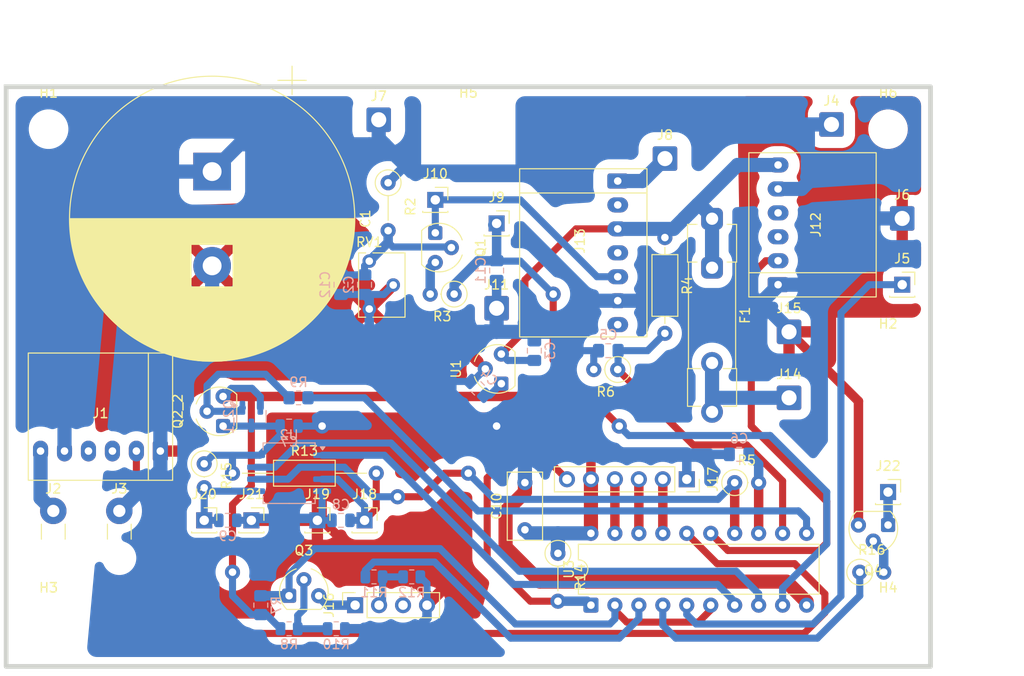
<source format=kicad_pcb>
(kicad_pcb (version 20241229) (generator "pcbnew") (generator_version "9.0")
  (title_block (title "controlpcb") (date "2025-07-01") (rev "4"))
  (layers (0 "F.Cu" jumper) (2 "B.Cu" mixed) (13 "F.Paste" user) (15 "B.Paste" user) (5 "F.SilkS" user "F.Silkscreen") (7 "B.SilkS" user "B.Silkscreen") (1 "F.Mask" user) (3 "B.Mask" user) (25 "Edge.Cuts" user))
  (net 0 "")
  (net 1 "+5V")
  (net 2 "GND")
  (net 3 "VBAT_COMP_P")
  (net 4 "PWM_0A_DC")
  (net 5 "/V_OPAMP")
  (net 8 "/DCDC_IN")
  (net 9 "D_IN_CONDUCTS")
  (net 10 "OUT_EN")
  (net 11 "/DCDC_OUT")
  (net 12 "DCDC_EN")
  (net 13 "/DCDC_FB")
  (net 14 "D_OUT_CONDUCTS")
  (net 15 "Net-(Q1-E)")
  (net 16 "Net-(Q3-B)")
  (net 17 "MCU_PWM_0A")
  (net 18 "UART_TXD")
  (net 19 "RST")
  (net 20 "TH1_COMP_OUT")
  (net 21 "TH2_COMP_OUT")
  (net 22 "UART_RXD")
  (net 23 "MISO")
  (net 24 "UCSK")
  (net 25 "MOSI")
  (net 26 "Net-(J22-Pin_1)")
  (net 27 "nOPAMP_ON")
  (net 31 "Net-(J16-Pin_1)")
  (net 32 "Net-(J16-Pin_2)")
  (net 33 "Net-(J18-Pin_1)")
  (net 34 "Net-(J20-Pin_1)")
  (net 37 "/V_BAT")
  (net 38 "Net-(Q2_1-G)")
  (net 40 "/MPPT_B")
  (net 41 "/V_BAT_R")
  (net 42 "/Vin")
  (net 43 "Net-(Q4-B)")
  (net 44 "FAN_EN")
  (footprint "Connector_PinSocket_2.54mm:PinSocket_1x06_P2.54mm_Vertical" (layer "F.Cu") (at 127.16 91.645 -90)
    (property "Reference" "J17")
    (property "Value" "Conn_01x06_Socket")
  )
  (footprint "Connector_PinSocket_2.54mm:PinSocket_1x01_P2.54mm_Vertical" (layer "F.Cu") (at 88 96)
    (property "Reference" "J19")
    (property "Value" "Conn_01x01")
  )
  (footprint "Resistor_THT:R_Axial_DIN0207_L6.3mm_D2.5mm_P2.54mm_Vertical" (layer "F.Cu") (at 102.5 72 180)
    (property "Reference" "R3")
    (property "Value" "6.8k")
  )
  (footprint "Connector_Wire:SolderWire-0.75sqmm_1x01_D1.25mm_OD2.3mm" (layer "F.Cu") (at 124.85 57.62)
    (property "Reference" "J8")
    (property "Value" "Conn_01x01")
  )
  (footprint "Resistor_THT:R_Axial_DIN0207_L6.3mm_D2.5mm_P2.54mm_Vertical" (layer "F.Cu") (at 132.24 92)
    (property "Reference" "R5")
    (property "Value" "100k")
  )
  (footprint "Connector_PinSocket_2.54mm:PinSocket_1x01_P2.54mm_Vertical" (layer "F.Cu") (at 150 71)
    (property "Reference" "J5")
    (property "Value" "Conn_01x01")
  )
  (footprint "Custom_Footprints:TO-92_W" (layer "F.Cu") (at 100.5 65.5 -90)
    (property "Reference" "Q1")
    (property "Value" "BC557")
  )
  (footprint "Resistor_THT:R_Axial_DIN0207_L6.3mm_D2.5mm_P2.54mm_Vertical" (layer "F.Cu") (at 76 90 -90)
    (property "Reference" "R15")
    (property "Value" "10k")
  )
  (footprint "Resistor_THT:R_Axial_DIN0207_L6.3mm_D2.5mm_P5.08mm_Vertical" (layer "F.Cu") (at 113.5 99.5 -90)
    (property "Reference" "R14")
    (property "Value" "10k")
  )
  (footprint "Custom_Footprints:TO-92_W" (layer "F.Cu") (at 85 104)
    (property "Reference" "Q3")
    (property "Value" "NPN")
  )
  (footprint "Capacitor_THT:C_Rect_L7.0mm_W3.5mm_P5.00mm" (layer "F.Cu") (at 110 97 90)
    (property "Reference" "C10")
    (property "Value" "100n")
  )
  (footprint "MountingHole:MountingHole_3.2mm_M3_ISO7380" (layer "F.Cu") (at 148.5 54.5)
    (property "Reference" "H6")
    (property "Value" "MountingHole")
  )
  (footprint "Resistor_THT:R_Axial_DIN0207_L6.3mm_D2.5mm_P15.24mm_Horizontal" (layer "F.Cu") (at 79 91)
    (property "Reference" "R13")
    (property "Value" "10k")
  )
  (footprint "Connector_Wire:SolderWire-0.75sqmm_1x01_D1.25mm_OD2.3mm" (layer "F.Cu") (at 138 76)
    (property "Reference" "J15")
    (property "Value" "Conn_01x01")
  )
  (footprint "Connector_PinSocket_2.54mm:PinSocket_1x01_P2.54mm_Vertical" (layer "F.Cu") (at 100.5 62)
    (property "Reference" "J10")
    (property "Value" "Conn_01x01")
  )
  (footprint "Connector_Wire:SolderWire-0.75sqmm_1x01_D1.25mm_OD2.3mm" (layer "F.Cu") (at 142.5 54)
    (property "Reference" "J4")
    (property "Value" "Conn_01x01")
  )
  (footprint "Package_DIP:DIP-20_W7.62mm" (layer "F.Cu") (at 117 105 90)
    (property "Reference" "U3")
    (property "Value" "ATtiny2313-20P")
  )
  (footprint "Connector_PinSocket_2.54mm:PinSocket_1x01_P2.54mm_Vertical" (layer "F.Cu") (at 107 64.5)
    (property "Reference" "J9")
    (property "Value" "Conn_01x01")
  )
  (footprint "Resistor_THT:R_Axial_DIN0207_L6.3mm_D2.5mm_P5.08mm_Vertical" (layer "F.Cu") (at 95.5 60.185 -90)
    (property "Reference" "R2")
    (property "Value" "100k")
  )
  (footprint "Custom_Footprints:TO-92_W" (layer "F.Cu") (at 148.5 96.5 180)
    (property "Reference" "Q4")
    (property "Value" "NPN")
  )
  (footprint "Potentiometer_THT:Potentiometer_Vishay_T73XX_Horizontal" (layer "F.Cu") (at 93.5 68.5)
    (property "Reference" "RV1")
    (property "Value" "100k")
  )
  (footprint "Custom_Symbols:SIP-6_Upright_Board" (layer "F.Cu") (at 136.84 71 90)
    (property "Reference" "J12")
    (property "Value" "Conn_01x06_Socket")
  )
  (footprint "MountingHole:MountingHole_3.2mm_M3_ISO7380" (layer "F.Cu") (at 104 54.5)
    (property "Reference" "H5")
    (property "Value" "MountingHole")
  )
  (footprint "Connector_Wire:SolderWire-0.75sqmm_1x01_D1.25mm_OD2.3mm" (layer "F.Cu") (at 107 73.5)
    (property "Reference" "J11")
    (property "Value" "Conn_01x01")
  )
  (footprint "Connector_PinSocket_2.54mm:PinSocket_1x01_P2.54mm_Vertical" (layer "F.Cu") (at 81 96)
    (property "Reference" "J21")
    (property "Value" "Conn_01x01")
  )
  (footprint "Custom_Symbols:SIP-6_Upright_Board" (layer "F.Cu") (at 71.35 88.65 180)
    (property "Reference" "J1")
    (property "Value" "Conn_01x06_Socket")
  )
  (footprint "Connector_PinSocket_2.54mm:PinSocket_1x01_P2.54mm_Vertical" (layer "F.Cu") (at 148.5 93)
    (property "Reference" "J22")
    (property "Value" "Conn_01x01")
  )
  (footprint "Connector_PinSocket_2.54mm:PinSocket_1x01_P2.54mm_Vertical" (layer "F.Cu") (at 76 96)
    (property "Reference" "J20")
    (property "Value" "Conn_01x01")
  )
  (footprint "Resistor_THT:R_Axial_DIN0207_L6.3mm_D2.5mm_P2.54mm_Vertical" (layer "F.Cu") (at 145.5 101.5)
    (property "Reference" "R16")
    (property "Value" "3.3k")
  )
  (footprint "Connector_Wire:SolderWire-0.75sqmm_1x01_D1.25mm_OD2.3mm" (layer "F.Cu") (at 150 63.97)
    (property "Reference" "J6")
    (property "Value" "Conn_01x01")
  )
  (footprint "MountingHole:MountingHole_3.2mm_M3_ISO7380" (layer "F.Cu") (at 148.5 107)
    (property "Reference" "H4")
    (property "Value" "MountingHole")
  )
  (footprint "Custom_Footprints:SolderWire_D1.3mm_OD2.6mm" (layer "F.Cu") (at 60 95)
    (property "Reference" "J2")
    (property "Value" "Conn_01x01")
  )
  (footprint "Connector_Wire:SolderWire-0.75sqmm_1x01_D1.25mm_OD2.3mm" (layer "F.Cu") (at 138 83)
    (property "Reference" "J14")
    (property "Value" "Conn_01x01")
  )
  (footprint "MountingHole:MountingHole_3.2mm_M3_ISO7380" (layer "F.Cu") (at 59.5 54.5)
    (property "Reference" "H1")
    (property "Value" "MountingHole")
  )
  (footprint "Connector_Wire:SolderWire-0.75sqmm_1x01_D1.25mm_OD2.3mm" (layer "F.Cu") (at 94.5 53.5)
    (property "Reference" "J7")
    (property "Value" "Conn_01x01")
  )
  (footprint "Custom_Symbols:SIP-7_Upright_Board" (layer "F.Cu") (at 119.84 60 -90)
    (property "Reference" "J13")
    (property "Value" "Conn_01x07_Socket")
  )
  (footprint "Custom_Footprints:SolderWire_D1.3mm_OD2.6mm" (layer "F.Cu") (at 67 95)
    (property "Reference" "J3")
    (property "Value" "Conn_01x01")
  )
  (footprint "Connector_PinSocket_2.54mm:PinSocket_1x04_P2.54mm_Vertical" (layer "F.Cu") (at 92 105 90)
    (property "Reference" "J16")
    (property "Value" "Conn_01x04_Socket")
  )
  (footprint "MountingHole:MountingHole_3.2mm_M3_ISO7380" (layer "F.Cu") (at 148.5 79)
    (property "Reference" "H2")
    (property "Value" "MountingHole")
  )
  (footprint "Custom_Footprints:TO-92_W" (layer "F.Cu") (at 78 86 90)
    (property "Reference" "Q2_2")
    (property "Value" "BC557")
  )
  (footprint "Fuse:Fuseholder_Clip-5x20mm_Littelfuse_445-030_Inline_P20.50x5.20mm_D1.30mm_Horizontal" (layer "F.Cu") (at 129.84 64 -90)
    (property "Reference" "F1")
    (property "Value" "Fuse")
  )
  (footprint "Resistor_THT:R_Axial_DIN0207_L6.3mm_D2.5mm_P2.54mm_Vertical" (layer "F.Cu") (at 119.84 80 180)
    (property "Reference" "R6")
    (property "Value" "68k")
  )
  (footprint "MountingHole:MountingHole_3.2mm_M3_ISO7380" (layer "F.Cu") (at 59.5 107)
    (property "Reference" "H3")
    (property "Value" "MountingHole")
  )
  (footprint "Connector_PinSocket_2.54mm:PinSocket_1x01_P2.54mm_Vertical" (layer "F.Cu") (at 93 96)
    (property "Reference" "J18")
    (property "Value" "Conn_01x01")
  )
  (footprint "Resistor_THT:R_Axial_DIN0207_L6.3mm_D2.5mm_P10.16mm_Horizontal" (layer "F.Cu") (at 124.84 66 -90)
    (property "Reference" "R4")
    (property "Value" "100k")
  )
  (footprint "Capacitor_THT:CP_Radial_D30.0mm_P10.00mm_SnapIn" (layer "F.Cu") (at 76.84 59 -90)
    (property "Reference" "C1")
    (property "Value" "10m")
  )
  (footprint "Custom_Footprints:TO-92_W" (layer "F.Cu") (at 107.5 81.5 90)
    (property "Reference" "U1")
    (property "Value" "L78L05_TO92")
  )
  (footprint "Capacitor_SMD:C_0805_2012Metric_Pad1.18x1.45mm_HandSolder" (layer "B.Cu") (at 93 71 -90)
    (property "Reference" "C2")
    (property "Value" "100n")
  )
  (footprint "Capacitor_SMD:C_0805_2012Metric_Pad1.18x1.45mm_HandSolder" (layer "B.Cu") (at 105 82 135)
    (property "Reference" "C4")
    (property "Value" "100n")
  )
  (footprint "Resistor_SMD:R_0805_2012Metric" (layer "B.Cu") (at 90 107.5)
    (property "Reference" "R10")
    (property "Value" "22k")
  )
  (footprint "Resistor_SMD:R_0805_2012Metric_Pad1.20x1.40mm_HandSolder" (layer "B.Cu") (at 86 83 180)
    (property "Reference" "R9")
    (property "Value" "27k")
  )
  (footprint "Resistor_SMD:R_0805_2012Metric" (layer "B.Cu") (at 85 107.5)
    (property "Reference" "R8")
    (property "Value" "22k")
  )
  (footprint "Resistor_SMD:R_0805_2012Metric" (layer "B.Cu") (at 98 102)
    (property "Reference" "R12")
    (property "Value" "27k")
  )
  (footprint "Package_SO:SOIC-8_5.3x6.2mm_P1.27mm" (layer "B.Cu") (at 85 91 180)
    (property "Reference" "U2")
    (property "Value" "LMC6482")
  )
  (footprint "Package_TO_SOT_SMD:SOT-23" (layer "B.Cu") (at 81 85 -90)
    (property "Reference" "Q2_1")
    (property "Value" "Q_PMOS_GSD")
  )
  (footprint "Capacitor_SMD:C_0805_2012Metric_Pad1.18x1.45mm_HandSolder" (layer "B.Cu") (at 107 69.5 -90)
    (property "Reference" "C11")
    (property "Value" "4.7n")
  )
  (footprint "Capacitor_SMD:C_0805_2012Metric" (layer "B.Cu") (at 90.5 96 180)
    (property "Reference" "C8")
    (property "Value" "10n")
  )
  (footprint "Resistor_SMD:R_0805_2012Metric" (layer "B.Cu") (at 94 102)
    (property "Reference" "R11")
    (property "Value" "15k")
  )
  (footprint "Capacitor_SMD:C_0805_2012Metric_Pad1.18x1.45mm_HandSolder" (layer "B.Cu") (at 132.71 89 180)
    (property "Reference" "C6")
    (property "Value" "100n")
  )
  (footprint "Capacitor_SMD:C_0805_2012Metric" (layer "B.Cu") (at 85 86)
    (property "Reference" "C7")
    (property "Value" "100n")
  )
  (footprint "Capacitor_SMD:C_0805_2012Metric_Pad1.18x1.45mm_HandSolder" (layer "B.Cu") (at 118.84 78 180)
    (property "Reference" "C5")
    (property "Value" "100n")
  )
  (footprint "Capacitor_SMD:C_0805_2012Metric_Pad1.18x1.45mm_HandSolder" (layer "B.Cu") (at 90.5 71 -90)
    (property "Reference" "C12")
    (property "Value" "100n")
  )
  (footprint "Resistor_SMD:R_0805_2012Metric_Pad1.20x1.40mm_HandSolder" (layer "B.Cu") (at 82 105 90)
    (property "Reference" "R7")
    (property "Value" "10k")
  )
  (footprint "Capacitor_SMD:C_0805_2012Metric" (layer "B.Cu") (at 78.5 96)
    (property "Reference" "C9")
    (property "Value" "10n")
  )
  (footprint "Capacitor_SMD:C_0805_2012Metric_Pad1.18x1.45mm_HandSolder" (layer "B.Cu") (at 111 78 90)
    (property "Reference" "C3")
    (property "Value" "100n")
  )
  (gr_rect (start 55 50) (end 153 111.5) (stroke (width 0.5)) (fill no) (layer "Edge.Cuts"))
  (gr_text "R${REVISION}/${CURRENT_DATE}" (at 59.5 85.5 90) (layer "F.Cu") (effects (font (size 2 2) (thickness 0.4) (bold yes)) (justify left bottom)))
  (segment (start 110.36 82.86) (end 117 89.5) (width 1) (layer "F.Cu") (net 1))
  (segment (start 81 82.86) (end 78 82.86) (width 0.75) (layer "F.Cu") (net 1))
  (segment (start 107.5 82.86) (end 110.36 82.86) (width 1) (layer "F.Cu") (net 1))
  (segment (start 81 92.329045) (end 81 82.86) (width 0.75) (layer "F.Cu") (net 1))
  (segment (start 79 101.5) (end 79 94.329045) (width 0.75) (layer "F.Cu") (net 1))
  (segment (start 107.5 81.5) (end 107.5 82.86) (width 1) (layer "F.Cu") (net 1))
  (segment (start 117 89.5) (end 117 91.645) (width 1) (layer "F.Cu") (net 1))
  (segment (start 79 94.329045) (end 81 92.329045) (width 0.75) (layer "F.Cu") (net 1))
  (segment (start 107.5 82.86) (end 78 82.86) (width 1) (layer "F.Cu") (net 1))
  (segment (start 117 91.645) (end 117 97.38) (width 1.5) (layer "F.Cu") (net 1))
  (via (at 79 101.5) (size 1.6) (drill 0.8) (layers "F.Cu" "B.Cu") (net 1))
  (segment (start 79 104) (end 81 106) (width 0.75) (layer "B.Cu") (net 1))
  (segment (start 84.0875 107.5) (end 82.5875 106) (width 0.75) (layer "B.Cu") (net 1))
  (segment (start 81.0625 82) (end 81.95 82.8875) (width 0.75) (layer "B.Cu") (net 1))
  (segment (start 113.5 97.38) (end 110.38 97.38) (width 1.5) (layer "B.Cu") (net 1))
  (segment (start 106.266377 82.733623) (end 107.5 81.5) (width 0.75) (layer "B.Cu") (net 1))
  (segment (start 117 97.38) (end 113.5 97.38) (width 1.5) (layer "B.Cu") (net 1))
  (segment (start 81 106) (end 82 106) (width 0.75) (layer "B.Cu") (net 1))
  (segment (start 110.38 97.38) (end 110 97) (width 1.5) (layer "B.Cu") (net 1))
  (segment (start 81.95 82.8875) (end 81.95 84.062499) (width 0.75) (layer "B.Cu") (net 1))
  (segment (start 113.5 99.5) (end 113.5 97.38) (width 1.5) (layer "B.Cu") (net 1))
  (segment (start 82.5875 106) (end 82 106) (width 0.75) (layer "B.Cu") (net 1))
  (segment (start 79 101.5) (end 79 104) (width 0.75) (layer "B.Cu") (net 1))
  (segment (start 78.86 82) (end 81.0625 82) (width 0.75) (layer "B.Cu") (net 1))
  (segment (start 105.733623 82.733623) (end 106.266377 82.733623) (width 0.75) (layer "B.Cu") (net 1))
  (segment (start 78 82.86) (end 78.86 82) (width 0.75) (layer "B.Cu") (net 1))
  (segment (start 96.822081 101) (end 93.5 101) (width 1) (layer "F.Cu") (net 2))
  (segment (start 145.36 96.5) (end 145.36 83.36) (width 1) (layer "F.Cu") (net 2))
  (segment (start 107.949 95.051) (end 107.949 98.849553) (width 1.5) (layer "F.Cu") (net 2))
  (segment (start 110 93) (end 107.949 95.051) (width 1.5) (layer "F.Cu") (net 2))
  (segment (start 88.5 86) (end 88.5 95.54) (width 1) (layer "F.Cu") (net 2))
  (segment (start 145.36 83.36) (end 138 76) (width 1) (layer "F.Cu") (net 2))
  (segment (start 88.96 96) (end 88 96) (width 1) (layer "F.Cu") (net 2))
  (segment (start 139.86 104.639447) (end 139.86 105) (width 1.5) (layer "F.Cu") (net 2))
  (segment (start 107.949 98.849553) (end 111.599447 102.5) (width 1.5) (layer "F.Cu") (net 2))
  (segment (start 99.62 103.797919) (end 96.822081 101) (width 1) (layer "F.Cu") (net 2))
  (segment (start 99.62 105) (end 99.62 103.797919) (width 1) (layer "F.Cu") (net 2))
  (segment (start 93.5 101) (end 88.5 96) (width 1) (layer "F.Cu") (net 2))
  (segment (start 88.5 86) (end 107 86) (width 1) (layer "F.Cu") (net 2))
  (segment (start 105.8 79.93) (end 104 78.13) (width 0.75) (layer "F.Cu") (net 2))
  (segment (start 111.599447 102.5) (end 137.720553 102.5) (width 1.5) (layer "F.Cu") (net 2))
  (segment (start 137.720553 102.5) (end 139.86 104.639447) (width 1.5) (layer "F.Cu") (net 2))
  (segment (start 88.5 96) (end 88 96) (width 1) (layer "F.Cu") (net 2))
  (segment (start 110 92) (end 110 93) (width 1.5) (layer "F.Cu") (net 2))
  (via (at 107 86) (size 1.6) (drill 0.8) (layers "F.Cu" "B.Cu") (net 2))
  (via (at 88.5 86) (size 1.6) (drill 0.8) (layers "F.Cu" "B.Cu") (net 2))
  (segment (start 93.5 72.5375) (end 93 72.0375) (width 1) (layer "B.Cu") (net 2))
  (segment (start 138 75.77) (end 134.93 72.7) (width 1.5) (layer "B.Cu") (net 2))
  (segment (start 76.84 76) (end 93.5 76) (width 1.5) (layer "B.Cu") (net 2))
  (segment (start 81.205 95.795) (end 81 96) (width 1) (layer "B.Cu") (net 2))
  (segment (start 104.266377 81.266377) (end 102.233623 81.266377) (width 0.75) (layer "B.Cu") (net 2))
  (segment (start 98.5 107.5) (end 90.9125 107.5) (width 1) (layer "B.Cu") (net 2))
  (segment (start 71.35 90.65) (end 71.35 88.65) (width 1.5) (layer "B.Cu") (net 2))
  (segment (start 102 85) (end 102 81.5) (width 1.5) (layer "B.Cu") (net 2))
  (segment (start 99.62 106.38) (end 98.5 107.5) (width 1) (layer "B.Cu") (net 2))
  (segment (start 93 72.0375) (end 95.0425 72.0375) (width 0.75) (layer "B.Cu") (net 2))
  (segment (start 138 76) (end 138 75.77) (width 1.5) (layer "B.Cu") (net 2))
  (segment (start 135.09 72.86) (end 136.95 71) (width 1.5) (layer "B.Cu") (net 2))
  (segment (start 87.795 95.795) (end 81.205 95.795) (width 1) (layer "B.Cu") (net 2))
  (segment (start 105.88 75.96) (end 105.84 76) (width 1.5) (layer "B.Cu") (net 2))
  (segment (start 71.35 88.65) (end 71.35 81.49) (width 1.5) (layer "B.Cu") (net 2))
  (segment (start 106.97 73.53) (end 106.97 74) (width 1.5) (layer "B.Cu") (net 2))
  (segment (start 110 89) (end 106 89) (width 1.5) (layer "B.Cu") (net 2))
  (segment (start 104.463623 81.266377) (end 105.8 79.93) (width 0.75) (layer "B.Cu") (net 2))
  (segment (start 110 92) (end 110 89) (width 1.5) (layer "B.Cu") (net 2))
  (segment (start 107 74.03) (end 107 76) (width 1.5) (layer "B.Cu") (net 2))
  (segment (start 117.3 80) (end 117.3 78.5025) (width 0.75) (layer "B.Cu") (net 2))
  (segment (start 117.3 78.5025) (end 117.8025 78) (width 0.75) (layer "B.Cu") (net 2))
  (segment (start 93.5 73.58) (end 93.5 72.5375) (width 1) (layer "B.Cu") (net 2))
  (segment (start 99.62 105) (end 99.62 106.38) (width 1) (layer "B.Cu") (net 2))
  (segment (start 102 81.5) (end 102 76) (width 1.5) (layer "B.Cu") (net 2))
  (segment (start 117.14 72.7) (end 134.93 72.7) (width 1.5) (layer "B.Cu") (net 2))
  (segment (start 88.5 86) (end 85.95 86) (width 0.75) (layer "B.Cu") (net 2))
  (segment (start 88.5 95.5) (end 88 96) (width 0.75) (layer "B.Cu") (net 2))
  (segment (start 147.36 63.97) (end 150 63.97) (width 1.5) (layer "B.Cu") (net 2))
  (segment (start 88 96) (end 89.55 96) (width 0.75) (layer "B.Cu") (net 2))
  (segment (start 113.84 76) (end 117.14 72.7) (width 1.5) (layer "B.Cu") (net 2))
  (segment (start 102.233623 81.266377) (end 102 81.5) (width 0.75) (layer "B.Cu") (net 2))
  (segment (start 98.9125 102) (end 99.62 102.7075) (width 0.75) (layer "B.Cu") (net 2))
  (segment (start 96.04 71.04) (end 96.04 70.9975) (width 1) (layer "B.Cu") (net 2))
  (segment (start 115.84 78) (end 113.84 76) (width 0.75) (layer "B.Cu") (net 2))
  (segment (start 106.96 75.96) (end 105.88 75.96) (width 1.5) (layer "B.Cu") (net 2))
  (segment (start 88 96) (end 87.795 95.795) (width 1) (layer "B.Cu") (net 2))
  (segment (start 99.62 102.7075) (end 99.62 105) (width 0.75) (layer "B.Cu") (net 2))
  (segment (start 93.5 73.58) (end 93.5 76) (width 1) (layer "B.Cu") (net 2))
  (segment (start 127.16 89) (end 131.6725 89) (width 1) (layer "B.Cu") (net 2))
  (segment (start 90.5 72.0375) (end 93 72.0375) (width 0.75) (layer "B.Cu") (net 2))
  (segment (start 136.95 71) (end 140.33 71) (width 1.5) (layer "B.Cu") (net 2))
  (segment (start 107 76) (end 106.96 75.96) (width 1.5) (layer "B.Cu") (net 2))
  (segment (start 105.84 76) (end 113.84 76) (width 1.5) (layer "B.Cu") (net 2))
  (segment (start 102 76) (end 95.84 76) (width 1.5) (layer "B.Cu") (net 2))
  (segment (start 67 95) (end 71.35 90.65) (width 1.5) (layer "B.Cu") (net 2))
  (segment (start 93.5 76) (end 95.84 76) (width 1.5) (layer "B.Cu") (net 2))
  (segment (start 95.84 76) (end 105.84 76) (width 1.5) (layer "B.Cu") (net 2))
  (segment (start 95.0425 72.0375) (end 96.04 71.04) (width 0.75) (layer "B.Cu") (net 2))
  (segment (start 81 96) (end 79.45 96) (width 0.75) (layer "B.Cu") (net 2))
  (segment (start 106 89) (end 102 85) (width 1.5) (layer "B.Cu") (net 2))
  (segment (start 76.84 69) (end 76.84 76) (width 1.5) (layer "B.Cu") (net 2))
  (segment (start 96.5 76) (end 95 76) (width 1) (layer "B.Cu") (net 2))
  (segment (start 104.266377 81.266377) (end 104.463623 81.266377) (width 0.75) (layer "B.Cu") (net 2))
  (segment (start 71.35 81.49) (end 76.84 76) (width 1.5) (layer "B.Cu") (net 2))
  (segment (start 107 73.5) (end 106.97 73.53) (width 1.5) (layer "B.Cu") (net 2))
  (segment (start 134.93 72.7) (end 135.09 72.86) (width 1.5) (layer "B.Cu") (net 2))
  (segment (start 88.5 92.905) (end 88.5 95.5) (width 0.75) (layer "B.Cu") (net 2))
  (segment (start 127.16 91.645) (end 127.16 89) (width 1) (layer "B.Cu") (net 2))
  (segment (start 117.8025 78) (end 115.84 78) (width 0.75) (layer "B.Cu") (net 2))
  (segment (start 110 89) (end 127.16 89) (width 1.5) (layer "B.Cu") (net 2))
  (segment (start 106.97 74) (end 107 74.03) (width 1.5) (layer "B.Cu") (net 2))
  (segment (start 140.33 71) (end 147.36 63.97) (width 1.5) (layer "B.Cu") (net 2))
  (segment (start 95 76) (end 95.84 76) (width 1.5) (layer "B.Cu") (net 2))
  (segment (start 107 70.5375) (end 107 73.5) (width 1) (layer "B.Cu") (net 2))
  (segment (start 133.5 88) (end 137.32 91.82) (width 0.75) (layer "F.Cu") (net 3))
  (segment (start 127.84 88) (end 133.5 88) (width 0.75) (layer "F.Cu") (net 3))
  (segment (start 137.32 91.82) (end 137.32 97.38) (width 0.75) (layer "F.Cu") (net 3))
  (segment (start 119.84 80) (end 127.84 88) (width 0.75) (layer "F.Cu") (net 3))
  (segment (start 119.8775 78) (end 123 78) (width 0.75) (layer "B.Cu") (net 3))
  (segment (start 123 78) (end 124.84 76.16) (width 0.75) (layer "B.Cu") (net 3))
  (segment (start 119.8775 79.9625) (end 119.84 80) (width 0.75) (layer "B.Cu") (net 3))
  (segment (start 119.8775 78) (end 119.8775 79.9625) (width 0.75) (layer "B.Cu") (net 3))
  (segment (start 134.78 92) (end 134.78 97.38) (width 1) (layer "F.Cu") (net 4))
  (segment (start 134.78 92) (end 134.78 90.0325) (width 1) (layer "B.Cu") (net 4))
  (segment (start 134.78 90.0325) (end 133.7475 89) (width 1) (layer "B.Cu") (net 4))
  (segment (start 81.5 89.095) (end 79 89.095) (width 0.75) (layer "B.Cu") (net 5))
  (segment (start 79 91) (end 79 89.095) (width 0.75) (layer "B.Cu") (net 5))
  (segment (start 84.05 86.95) (end 84.05 86) (width 0.75) (layer "B.Cu") (net 5))
  (segment (start 79 89.095) (end 76.905 89.095) (width 0.75) (layer "B.Cu") (net 5))
  (segment (start 84.05 86) (end 78 86) (width 0.75) (layer "B.Cu") (net 5))
  (segment (start 81.5 89.095) (end 81.905 89.095) (width 0.75) (layer "B.Cu") (net 5))
  (segment (start 76.905 89.095) (end 76 90) (width 0.75) (layer "B.Cu") (net 5))
  (segment (start 81.905 89.095) (end 84.05 86.95) (width 0.75) (layer "B.Cu") (net 5))
  (segment (start 117.04 54) (end 112.04 59) (width 1.5) (layer "B.Cu") (net 8))
  (segment (start 61.19 88.65) (end 61.19 67.81) (width 1.5) (layer "B.Cu") (net 8))
  (segment (start 70 59) (end 76.84 59) (width 1.5) (layer "B.Cu") (net 8))
  (segment (start 112.04 59) (end 98 59) (width 1.5) (layer "B.Cu") (net 8))
  (segment (start 136.84 60.84) (end 139.33 60.84) (width 1.5) (layer "B.Cu") (net 8))
  (segment (start 79.735 56.105) (end 76.84 59) (width 1.5) (layer "B.Cu") (net 8))
  (segment (start 97.25 58.435) (end 97.25 58.25) (width 1) (layer "B.Cu") (net 8))
  (segment (start 97.25 58.25) (end 96.5 57.5) (width 1.5) (layer "B.Cu") (net 8))
  (segment (start 95.105 56.105) (end 93.5 56.105) (width 1.5) (layer "B.Cu") (net 8))
  (segment (start 61.19 67.81) (end 70 59) (width 1.5) (layer "B.Cu") (net 8))
  (segment (start 98 59) (end 97.25 58.25) (width 1.5) (layer "B.Cu") (net 8))
  (segment (start 140 60.17) (end 140 54) (width 1.5) (layer "B.Cu") (net 8))
  (segment (start 93.5 56.105) (end 79.735 56.105) (width 1.5) (layer "B.Cu") (net 8))
  (segment (start 94.5 55.5) (end 95.105 56.105) (width 1.5) (layer "B.Cu") (net 8))
  (segment (start 142.5 54) (end 117.04 54) (width 1.5) (layer "B.Cu") (net 8))
  (segment (start 96.5 57.5) (end 95.105 56.105) (width 1.5) (layer "B.Cu") (net 8))
  (segment (start 139.33 60.84) (end 140 60.17) (width 1.5) (layer "B.Cu") (net 8))
  (segment (start 94.5 53.5) (end 94.5 55.5) (width 1.5) (layer "B.Cu") (net 8))
  (segment (start 95.5 60.185) (end 97.25 58.435) (width 1) (layer "B.Cu") (net 8))
  (segment (start 139.6 108) (end 77.5 108) (width 0.75) (layer "F.Cu") (net 9))
  (segment (start 70.5 101) (end 70.5 93.545) (width 0.75) (layer "F.Cu") (net 9))
  (segment (start 68.81 91.855) (end 68.81 88.65) (width 0.75) (layer "F.Cu") (net 9))
  (segment (start 70.5 93.545) (end 68.81 91.855) (width 0.75) (layer "F.Cu") (net 9))
  (segment (start 130.38 100.6) (end 138.6 100.6) (width 0.75) (layer "F.Cu") (net 9))
  (segment (start 141.8 103.8) (end 141.8 105.8) (width 0.75) (layer "F.Cu") (net 9))
  (segment (start 77.5 108) (end 70.5 101) (width 0.75) (layer "F.Cu") (net 9))
  (segment (start 127.16 97.38) (end 130.38 100.6) (width 0.75) (layer "F.Cu") (net 9))
  (segment (start 138.6 100.6) (end 141.8 103.8) (width 0.75) (layer "F.Cu") (net 9))
  (segment (start 141.8 105.8) (end 139.6 108) (width 0.75) (layer "F.Cu") (net 9))
  (segment (start 127.16 106) (end 128.16 107) (width 0.75) (layer "B.Cu") (net 10))
  (segment (start 127.16 105) (end 127.16 106) (width 0.75) (layer "B.Cu") (net 10))
  (segment (start 143.5 104.05) (end 143.5 74) (width 0.75) (layer "B.Cu") (net 10))
  (segment (start 140.55 107) (end 143.5 104.05) (width 0.75) (layer "B.Cu") (net 10))
  (segment (start 146.5 71) (end 150 71) (width 0.75) (layer "B.Cu") (net 10))
  (segment (start 128.16 107) (end 140.55 107) (width 0.75) (layer "B.Cu") (net 10))
  (segment (start 143.5 74) (end 146.5 71) (width 0.75) (layer "B.Cu") (net 10))
  (segment (start 122.47 60) (end 124.85 57.62) (width 1.5) (layer "B.Cu") (net 11))
  (segment (start 120.01 60) (end 122.47 60) (width 1.5) (layer "B.Cu") (net 11))
  (segment (start 113 72) (end 113 79) (width 0.75) (layer "F.Cu") (net 12))
  (segment (start 113 79) (end 120 86) (width 0.75) (layer "F.Cu") (net 12))
  (via (at 113 72) (size 1.6) (drill 0.8) (layers "F.Cu" "B.Cu") (net 12))
  (via (at 120 86) (size 1.6) (drill 0.8) (layers "F.Cu" "B.Cu") (net 12))
  (segment (start 109.5 68.5) (end 107.0375 68.5) (width 0.75) (layer "B.Cu") (net 12))
  (segment (start 105.0375 68.4625) (end 102.5 71) (width 1) (layer "B.Cu") (net 12))
  (segment (start 121 87) (end 136 87) (width 0.75) (layer "B.Cu") (net 12))
  (segment (start 137.32 103.18) (end 137.32 105) (width 0.75) (layer "B.Cu") (net 12))
  (segment (start 136 87) (end 142 93) (width 0.75) (layer "B.Cu") (net 12))
  (segment (start 142 93) (end 142 98.5) (width 0.75) (layer "B.Cu") (net 12))
  (segment (start 120 86) (end 121 87) (width 0.75) (layer "B.Cu") (net 12))
  (segment (start 107 68.4625) (end 107 64.5) (width 1) (layer "B.Cu") (net 12))
  (segment (start 107 68.4625) (end 105.0375 68.4625) (width 1) (layer "B.Cu") (net 12))
  (segment (start 142 98.5) (end 137.32 103.18) (width 0.75) (layer "B.Cu") (net 12))
  (segment (start 106.84 64.66) (end 107 64.5) (width 1.5) (layer "B.Cu") (net 12))
  (segment (start 102.5 71) (end 102.5 72) (width 1) (layer "B.Cu") (net 12))
  (segment (start 113 72) (end 109.5 68.5) (width 0.75) (layer "B.Cu") (net 12))
  (segment (start 117.66 70.16) (end 109.5 62) (width 0.75) (layer "B.Cu") (net 13))
  (segment (start 100.5 65.5) (end 100.5 62) (width 0.75) (layer "B.Cu") (net 13))
  (segment (start 109.5 62) (end 100.5 62) (width 0.75) (layer "B.Cu") (net 13))
  (segment (start 119.84 70.16) (end 117.66 70.16) (width 0.75) (layer "B.Cu") (net 13))
  (segment (start 129.7 97.38) (end 131.52 99.2) (width 0.75) (layer "F.Cu") (net 14))
  (segment (start 142 94) (end 134 86) (width 0.75) (layer "F.Cu") (net 14))
  (segment (start 135.54 68.46) (end 136.84 68.46) (width 0.75) (layer "F.Cu") (net 14))
  (segment (start 134 70) (end 135.54 68.46) (width 0.75) (layer "F.Cu") (net 14))
  (segment (start 142 98.4) (end 142 94) (width 0.75) (layer "F.Cu") (net 14))
  (segment (start 141.2 99.2) (end 142 98.4) (width 0.75) (layer "F.Cu") (net 14))
  (segment (start 134 86) (end 134 70) (width 0.75) (layer "F.Cu") (net 14))
  (segment (start 131.52 99.2) (end 141.2 99.2) (width 0.75) (layer "F.Cu") (net 14))
  (segment (start 99.96 72) (end 99.96 69.18) (width 1) (layer "B.Cu") (net 15))
  (segment (start 99.96 69.18) (end 100.5 68.64) (width 1) (layer "B.Cu") (net 15))
  (segment (start 86.57 105.43) (end 85.9125 106.0875) (width 0.75) (layer "B.Cu") (net 16))
  (segment (start 85.9125 106.0875) (end 85.9125 107.5) (width 0.75) (layer "B.Cu") (net 16))
  (segment (start 86.57 102.3) (end 86.57 105.43) (width 0.75) (layer "B.Cu") (net 16))
  (segment (start 89.0875 107.5) (end 85.9125 107.5) (width 0.75) (layer "B.Cu") (net 16))
  (segment (start 99 93.5) (end 96.5 93.5) (width 0.75) (layer "F.Cu") (net 17))
  (segment (start 101.5 91) (end 99 93.5) (width 0.75) (layer "F.Cu") (net 17))
  (segment (start 132.24 92) (end 132.24 97.38) (width 1) (layer "F.Cu") (net 17))
  (segment (start 104 91) (end 101.5 91) (width 0.75) (layer "F.Cu") (net 17))
  (via (at 104 91) (size 1.6) (drill 0.8) (layers "F.Cu" "B.Cu") (net 17))
  (via (at 96.5 93.5) (size 1.6) (drill 0.8) (layers "F.Cu" "B.Cu") (net 17))
  (segment (start 86.135 90.365) (end 84.865 91.635) (width 0.75) (layer "B.Cu") (net 17))
  (segment (start 130.466 93.774) (end 132.24 92) (width 0.75) (layer "B.Cu") (net 17))
  (segment (start 90.865 90.365) (end 88.5 90.365) (width 0.75) (layer "B.Cu") (net 17))
  (segment (start 94 93.5) (end 90.865 90.365) (width 0.75) (layer "B.Cu") (net 17))
  (segment (start 84.865 91.635) (end 81.5 91.635) (width 0.75) (layer "B.Cu") (net 17))
  (segment (start 104 91) (end 106.774 93.774) (width 0.75) (layer "B.Cu") (net 17))
  (segment (start 96.5 93.5) (end 94 93.5) (width 0.75) (layer "B.Cu") (net 17))
  (segment (start 88.5 90.365) (end 86.135 90.365) (width 0.75) (layer "B.Cu") (net 17))
  (segment (start 106.774 93.774) (end 130.466 93.774) (width 0.75) (layer "B.Cu") (net 17))
  (segment (start 93.0875 102) (end 93.0875 101.3) (width 0.75) (layer "B.Cu") (net 18))
  (segment (start 122.08 106.42) (end 122.08 105) (width 0.75) (layer "B.Cu") (net 18))
  (segment (start 93.0875 101.3) (end 93.9635 100.424) (width 0.75) (layer "B.Cu") (net 18))
  (segment (start 108.5 108.5) (end 120 108.5) (width 0.75) (layer "B.Cu") (net 18))
  (segment (start 100.424 100.424) (end 108.5 108.5) (width 0.75) (layer "B.Cu") (net 18))
  (segment (start 93.9635 100.424) (end 100.424 100.424) (width 0.75) (layer "B.Cu") (net 18))
  (segment (start 120 108.5) (end 122.08 106.42) (width 0.75) (layer "B.Cu") (net 18))
  (segment (start 112.315 89.5) (end 114.46 91.645) (width 0.75) (layer "F.Cu") (net 19))
  (segment (start 113.5 104.58) (end 110.58 104.58) (width 0.75) (layer "F.Cu") (net 19))
  (segment (start 106 91.5) (end 108 89.5) (width 0.75) (layer "F.Cu") (net 19))
  (segment (start 106 100) (end 106 91.5) (width 0.75) (layer "F.Cu") (net 19))
  (segment (start 108 89.5) (end 112.315 89.5) (width 0.75) (layer "F.Cu") (net 19))
  (segment (start 110.58 104.58) (end 106 100) (width 0.75) (layer "F.Cu") (net 19))
  (segment (start 117 105) (end 116.58 104.58) (width 1) (layer "B.Cu") (net 19))
  (segment (start 116.58 104.58) (end 113.5 104.58) (width 1) (layer "B.Cu") (net 19))
  (segment (start 132.24 104.62) (end 132.24 105) (width 0.75) (layer "B.Cu") (net 20))
  (segment (start 108.8 102.8) (end 130.42 102.8) (width 0.75) (layer "B.Cu") (net 20))
  (segment (start 130.42 102.8) (end 132.24 104.62) (width 0.75) (layer "B.Cu") (net 20))
  (segment (start 88.5 89.095) (end 95.095 89.095) (width 0.75) (layer "B.Cu") (net 20))
  (segment (start 95.095 89.095) (end 108.8 102.8) (width 0.75) (layer "B.Cu") (net 20))
  (segment (start 109.4 101.4) (end 132.4 101.4) (width 0.75) (layer "B.Cu") (net 21))
  (segment (start 132.4 101.4) (end 134.78 103.78) (width 0.75) (layer "B.Cu") (net 21))
  (segment (start 86.050498 87.8) (end 95.8 87.8) (width 0.75) (layer "B.Cu") (net 21))
  (segment (start 83.485498 90.365) (end 86.050498 87.8) (width 0.75) (layer "B.Cu") (net 21))
  (segment (start 95.8 87.8) (end 109.4 101.4) (width 0.75) (layer "B.Cu") (net 21))
  (segment (start 81.5 90.365) (end 83.485498 90.365) (width 0.75) (layer "B.Cu") (net 21))
  (segment (start 134.78 103.78) (end 134.78 105) (width 0.75) (layer "B.Cu") (net 21))
  (segment (start 129.7 105.5) (end 128.4 106.8) (width 0.75) (layer "F.Cu") (net 22))
  (segment (start 128.4 106.8) (end 120.8 106.8) (width 0.75) (layer "F.Cu") (net 22))
  (segment (start 120.8 106.8) (end 119.54 105.54) (width 0.75) (layer "F.Cu") (net 22))
  (segment (start 129.7 105) (end 129.7 105.5) (width 0.75) (layer "F.Cu") (net 22))
  (segment (start 119.54 105.54) (end 119.54 105) (width 0.75) (layer "F.Cu") (net 22))
  (segment (start 87.71191 99) (end 101 99) (width 0.75) (layer "B.Cu") (net 22))
  (segment (start 85 101.71191) (end 87.71191 99) (width 0.75) (layer "B.Cu") (net 22))
  (segment (start 85 104) (end 85 101.71191) (width 0.75) (layer "B.Cu") (net 22))
  (segment (start 82 104) (end 85 104) (width 1) (layer "B.Cu") (net 22))
  (segment (start 101 99) (end 109 107) (width 0.75) (layer "B.Cu") (net 22))
  (segment (start 119.54 106.46) (end 119.54 105) (width 0.75) (layer "B.Cu") (net 22))
  (segment (start 119 107) (end 119.54 106.46) (width 0.75) (layer "B.Cu") (net 22))
  (segment (start 109 107) (end 119 107) (width 0.75) (layer "B.Cu") (net 22))
  (segment (start 122.08 91.645) (end 122.08 97.38) (width 1) (layer "F.Cu") (net 23))
  (segment (start 119.54 91.645) (end 119.54 97.38) (width 1) (layer "F.Cu") (net 24))
  (segment (start 124.62 91.645) (end 124.62 97.38) (width 1) (layer "F.Cu") (net 25))
  (segment (start 148.5 96.5) (end 148.5 93) (width 1) (layer "B.Cu") (net 26))
  (segment (start 93 83) (end 87 83) (width 0.75) (layer "B.Cu") (net 27))
  (segment (start 139.86 97.38) (end 139.86 95.86) (width 0.75) (layer "B.Cu") (net 27))
  (segment (start 105 95) (end 93 83) (width 0.75) (layer "B.Cu") (net 27))
  (segment (start 139.86 95.86) (end 139 95) (width 0.75) (layer "B.Cu") (net 27))
  (segment (start 139 95) (end 105 95) (width 0.75) (layer "B.Cu") (net 27))
  (segment (start 89.14 105) (end 88.14 104) (width 1) (layer "B.Cu") (net 31))
  (segment (start 92 105) (end 89.14 105) (width 1) (layer "B.Cu") (net 31))
  (segment (start 94.9125 102) (end 94.9125 104.6275) (width 0.75) (layer "B.Cu") (net 32))
  (segment (start 94.9125 104.6275) (end 94.54 105) (width 0.75) (layer "B.Cu") (net 32))
  (segment (start 94.9125 102) (end 97.0875 102) (width 0.75) (layer "B.Cu") (net 32))
  (segment (start 94.24 94.76) (end 94.24 91) (width 0.75) (layer "F.Cu") (net 33))
  (segment (start 93 96) (end 94.24 94.76) (width 0.75) (layer "F.Cu") (net 33))
  (segment (start 93 94.5) (end 93 96) (width 0.75) (layer "B.Cu") (net 33))
  (segment (start 91.45 96) (end 93 96) (width 0.75) (layer "B.Cu") (net 33))
  (segment (start 88.5 91.635) (end 90.135 91.635) (width 0.75) (layer "B.Cu") (net 33))
  (segment (start 90.135 91.635) (end 93 94.5) (width 0.75) (layer "B.Cu") (net 33))
  (segment (start 76.365 92.905) (end 76 92.54) (width 0.75) (layer "B.Cu") (net 34))
  (segment (start 81.5 92.905) (end 76.365 92.905) (width 0.75) (layer "B.Cu") (net 34))
  (segment (start 77.55 96) (end 76 96) (width 0.75) (layer "B.Cu") (net 34))
  (segment (start 76 92.54) (end 76 96) (width 0.75) (layer "B.Cu") (net 34))
  (segment (start 115.42 65.08) (end 119.84 65.08) (width 0.75) (layer "F.Cu") (net 37))
  (segment (start 110 75.86) (end 110 70.5) (width 0.75) (layer "F.Cu") (net 37))
  (segment (start 110 70.5) (end 115.42 65.08) (width 0.75) (layer "F.Cu") (net 37))
  (segment (start 107.5 78.36) (end 110 75.86) (width 0.75) (layer "F.Cu") (net 37))
  (segment (start 126.87 63.97) (end 125.76 65.08) (width 1.5) (layer "B.Cu") (net 37))
  (segment (start 126.87 63.97) (end 132.54 58.3) (width 1.5) (layer "B.Cu") (net 37))
  (segment (start 124.84 65.08) (end 119.84 65.08) (width 1.5) (layer "B.Cu") (net 37))
  (segment (start 124.84 66) (end 124.84 65.08) (width 1.5) (layer "B.Cu") (net 37))
  (segment (start 128.54 62.5) (end 129.84 63.8) (width 1.5) (layer "B.Cu") (net 37))
  (segment (start 129.84 63.8) (end 129.84 64) (width 1.5) (layer "B.Cu") (net 37))
  (segment (start 125.76 65.08) (end 124.84 65.08) (width 1.5) (layer "B.Cu") (net 37))
  (segment (start 129.84 69.2) (end 129.84 64) (width 1.5) (layer "B.Cu") (net 37))
  (segment (start 128.34 62.5) (end 128.54 62.5) (width 1.5) (layer "B.Cu") (net 37))
  (segment (start 126.87 63.97) (end 128.34 62.5) (width 1.5) (layer "B.Cu") (net 37))
  (segment (start 111 79.0375) (end 108.1775 79.0375) (width 0.75) (layer "B.Cu") (net 37))
  (segment (start 132.54 58.3) (end 136.84 58.3) (width 1.5) (layer "B.Cu") (net 37))
  (segment (start 108.1775 79.0375) (end 107.5 78.36) (width 0.75) (layer "B.Cu") (net 37))
  (segment (start 76.3 84.43) (end 76.3 81.7) (width 0.75) (layer "B.Cu") (net 38))
  (segment (start 79.6825 84.43) (end 80.05 84.0625) (width 0.75) (layer "B.Cu") (net 38))
  (segment (start 76.3 81.7) (end 77.5 80.5) (width 0.75) (layer "B.Cu") (net 38))
  (segment (start 82.5 80.5) (end 85 83) (width 0.75) (layer "B.Cu") (net 38))
  (segment (start 76.3 84.43) (end 79.6825 84.43) (width 0.75) (layer "B.Cu") (net 38))
  (segment (start 77.5 80.5) (end 82.5 80.5) (width 0.75) (layer "B.Cu") (net 38))
  (segment (start 93 69) (end 93.5 68.5) (width 0.75) (layer "B.Cu") (net 40))
  (segment (start 95.5 66.5) (end 93.5 68.5) (width 1) (layer "B.Cu") (net 40))
  (segment (start 93.5 68.5) (end 94.04 67.96) (width 1) (layer "B.Cu") (net 40))
  (segment (start 95.5 66.5) (end 96 67) (width 0.75) (layer "B.Cu") (net 40))
  (segment (start 102.13 67) (end 102.2 67.07) (width 0.75) (layer "B.Cu") (net 40))
  (segment (start 93 69.9625) (end 90.5 69.9625) (width 0.75) (layer "B.Cu") (net 40))
  (segment (start 96 67) (end 102.13 67) (width 0.75) (layer "B.Cu") (net 40))
  (segment (start 95.5 65.265) (end 95.5 66.5) (width 1) (layer "B.Cu") (net 40))
  (segment (start 93 69.9625) (end 93 69) (width 0.75) (layer "B.Cu") (net 40))
  (segment (start 129.84 83) (end 129.84 84.5) (width 1.5) (layer "B.Cu") (net 41))
  (segment (start 138 83) (end 129.84 83) (width 1.5) (layer "B.Cu") (net 41))
  (segment (start 129.84 79.3) (end 129.84 84.5) (width 1.5) (layer "B.Cu") (net 41))
  (segment (start 58.65 93.65) (end 58.65 88.65) (width 1.5) (layer "B.Cu") (net 42))
  (segment (start 60 95) (end 58.65 93.65) (width 1.5) (layer "B.Cu") (net 42))
  (segment (start 148.04 99.31) (end 146.93 98.2) (width 1) (layer "B.Cu") (net 43))
  (segment (start 148.04 101.5) (end 148.04 99.31) (width 1) (layer "B.Cu") (net 43))
  (segment (start 140.999 108.501) (end 145.5 104) (width 0.75) (layer "B.Cu") (net 44))
  (segment (start 145.5 104) (end 145.5 101.5) (width 0.75) (layer "B.Cu") (net 44))
  (segment (start 126.001 108.501) (end 140.999 108.501) (width 0.75) (layer "B.Cu") (net 44))
  (segment (start 124.62 107.12) (end 126.001 108.501) (width 0.75) (layer "B.Cu") (net 44))
  (segment (start 124.62 105) (end 124.62 107.12) (width 0.75) (layer "B.Cu") (net 44))
  (zone (net 2) (net_name "GND") (layer "F.Cu") (connect_pads (clearance 1.2)) (min_thickness 1.2) (fill yes (thermal_gap 1.2) (thermal_bridge_width 1.2) (smoothing fillet) (radius 1))
    (polygon (pts (xy 62 63) (xy 90 62) (xy 112 82.5) (xy 105 107) (xy 77.5 108) (xy 65 91)))
  )
  (zone (net 2) (net_name "GND") (layer "F.Cu") (connect_pads (clearance 1.2)) (min_thickness 1.2) (fill yes (thermal_gap 1.2) (thermal_bridge_width 1.2) (smoothing fillet) (radius 1))
    (polygon (pts (xy 132.5 51) (xy 152 51) (xy 152 74.5) (xy 143 74.5) (xy 143 80) (xy 133 79.5)))
  )
  (zone (net 8) (net_name "/DCDC_IN") (layer "B.Cu") (connect_pads no (clearance 1.5)) (min_thickness 1.5) (fill yes (thermal_gap 99) (thermal_bridge_width 99) (smoothing fillet) (radius 1))
    (polygon (pts (xy 63.5 110.5) (xy 56 110.5) (xy 56 51) (xy 99 51) (xy 99 58.5) (xy 109 58.5) (xy 109 51) (xy 152 51) (xy 152 61.5) (xy 67.5 67)))
  )
  (zone (net 2) (net_name "GND") (layer "B.Cu") (connect_pads no (clearance 1)) (min_thickness 1) (fill yes (thermal_gap 99) (thermal_bridge_width 99) (smoothing fillet) (radius 1))
    (polygon (pts (xy 67.5 67) (xy 152 61.5) (xy 152 74.5) (xy 134 98.5) (xy 109.5 110.5) (xy 63.5 110.5)))
  )
)
</source>
